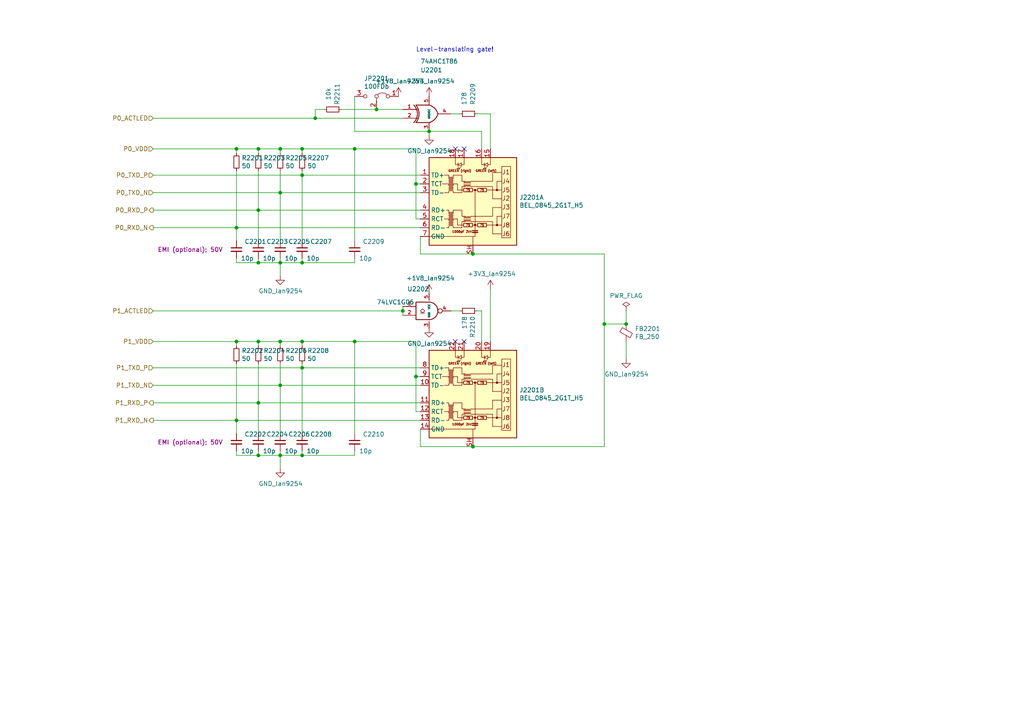
<source format=kicad_sch>
(kicad_sch (version 20230121) (generator eeschema)
  (paper "A4")
  (lib_symbols
    (symbol "Device:C_Small" (pin_numbers hide) (pin_names (offset 0.254) hide)
      (property "Reference" "C" (at 0.254 1.778 0))
      (property "Value" "C_Small" (at 0.254 -2.032 0))
      (symbol "C_Small_0_1"
        (polyline (pts (xy -1.524 -0.508) (xy 1.524 -0.508)) (stroke (width 0.3302)))
        (polyline (pts (xy -1.524 0.508) (xy 1.524 0.508)) (stroke (width 0.3048)))
      )
      (symbol "C_Small_1_1"
        (pin passive line (at 0 2.54 270) (length 2.032) (name "~") (number "1"))
        (pin passive line (at 0 -2.54 90) (length 2.032) (name "~") (number "2"))
      )
    )
    (symbol "Device:Ferrite_Bead_Small" (pin_numbers hide) (pin_names (offset 0))
      (property "Reference" "FB" (at 1.905 1.27 0))
      (property "Value" "Device_Ferrite_Bead_Small" (at 1.905 -1.27 0))
      (symbol "Ferrite_Bead_Small_0_1"
        (polyline (pts (xy 0 -1.27) (xy 0 -0.7874)))
        (polyline (pts (xy 0 0.889) (xy 0 1.2954)))
        (polyline (pts (xy -1.8288 0.2794) (xy -1.1176 1.4986) (xy 1.8288 -0.2032) (xy 1.1176 -1.4224) (xy -1.8288 0.2794)))
      )
      (symbol "Ferrite_Bead_Small_1_1"
        (pin passive line (at 0 2.54 270) (length 1.27) (name "~") (number "1"))
        (pin passive line (at 0 -2.54 90) (length 1.27) (name "~") (number "2"))
      )
    )
    (symbol "Device:R_Small" (pin_numbers hide) (pin_names (offset 0.254) hide)
      (property "Reference" "R" (at 0.762 0.508 0))
      (property "Value" "R_Small" (at 0.762 -1.016 0))
      (symbol "R_Small_0_1"
        (rectangle (start -0.762 1.778) (end 0.762 -1.778) (stroke (width 0.2032)))
      )
      (symbol "R_Small_1_1"
        (pin passive line (at 0 2.54 270) (length 0.762) (name "~") (number "1"))
        (pin passive line (at 0 -2.54 90) (length 0.762) (name "~") (number "2"))
      )
    )
    (symbol "Jumper:Jumper_3_Bridged12" (pin_names (offset 0) hide)
      (property "Reference" "JP" (at -2.54 -2.54 0))
      (property "Value" "Jumper_3_Bridged12" (at 0 2.794 0))
      (symbol "Jumper_3_Bridged12_0_0"
        (circle (center -3.302 0) (radius 0.508))
        (circle (center 0 0) (radius 0.508))
        (circle (center 3.302 0) (radius 0.508))
      )
      (symbol "Jumper_3_Bridged12_0_1"
        (arc (start -0.254 0.508) (mid -1.651 0.9912) (end -3.048 0.508))
        (polyline (pts (xy 0 -1.27) (xy 0 -0.508)))
      )
      (symbol "Jumper_3_Bridged12_1_1"
        (pin passive line (at -6.35 0 0) (length 2.54) (name "A") (number "1"))
        (pin passive line (at 0 -3.81 90) (length 2.54) (name "C") (number "2"))
        (pin passive line (at 6.35 0 180) (length 2.54) (name "B") (number "3"))
      )
    )
    (symbol "fmc:74AHC1G86" (pin_names (offset 1.016))
      (property "Reference" "U" (at -2.54 3.81 0))
      (property "Value" "fmc_74AHC1G86" (at 0 -3.81 0))
      (symbol "74AHC1G86_0_1"
        (arc (start -4.445 -2.54) (mid -3.3929 0) (end -4.445 2.54) (stroke (width 0.254)))
        (arc (start -3.81 -2.54) (mid -2.919 0) (end -3.81 2.54) (stroke (width 0.254)))
        (arc (start 0 -2.54) (mid 1.601 -1.601) (end 2.54 0) (stroke (width 0.254)))
        (polyline (pts (xy -3.81 -1.27) (xy -3.175 -1.27)))
        (polyline (pts (xy -3.81 1.27) (xy -3.175 1.27)))
        (polyline (pts (xy 0 -2.54) (xy -3.81 -2.54)) (stroke (width 0.254)) (fill (type background)))
        (polyline (pts (xy 0 2.54) (xy -3.81 2.54)) (stroke (width 0.254)) (fill (type background)))
        (arc (start 2.54 0) (mid 1.6136 1.6136) (end 0 2.54) (stroke (width 0.254)))
      )
      (symbol "74AHC1G86_1_1"
        (pin input line (at -7.62 1.27 0) (length 3.81) (name "~") (number "1"))
        (pin input line (at -7.62 -1.27 0) (length 3.81) (name "~") (number "2"))
        (pin power_in line (at 0 -5.08 90) (length 2.54) (name "GND") (number "3"))
        (pin output line (at 6.35 0 180) (length 3.81) (name "~") (number "4"))
        (pin power_in line (at 0 5.08 270) (length 2.54) (name "VCC") (number "5"))
      )
    )
    (symbol "fmc:74LVC1G38" (pin_names (offset 1.016))
      (property "Reference" "U" (at -2.54 3.81 0))
      (property "Value" "fmc_74LVC1G38" (at 0 -3.81 0))
      (symbol "74LVC1G38_0_1"
        (arc (start 0 -2.54) (mid 2.529 0) (end 0 2.54) (stroke (width 0.254)))
        (polyline (pts (xy -2.54 -0.635) (xy -1.27 -0.635)))
        (polyline (pts (xy 0 -2.54) (xy -3.81 -2.54) (xy -3.81 2.54) (xy 0 2.54)) (stroke (width 0.254)))
        (polyline (pts (xy -1.905 0.635) (xy -2.54 0) (xy -1.905 -0.635) (xy -1.27 0) (xy -1.905 0.635)))
      )
      (symbol "74LVC1G38_1_1"
        (pin input line (at -7.62 1.27 0) (length 3.81) (name "~") (number "1"))
        (pin input line (at -7.62 -1.27 0) (length 3.81) (name "~") (number "2"))
        (pin power_in line (at 0 -5.08 90) (length 2.032) (name "GND") (number "3"))
        (pin open_collector inverted (at 6.35 0 180) (length 3.81) (name "~") (number "4"))
        (pin power_in line (at 0 5.08 270) (length 2.032) (name "VCC") (number "5"))
      )
    )
    (symbol "fmc:BEL_0845_2G1T_H5"
      (property "Reference" "J" (at 12.7 13.97 0))
      (property "Value" "fmc_BEL_0845_2G1T_H5" (at 0 -16.51 0))
      (symbol "BEL_0845_2G1T_H5_0_0"
        (rectangle (start -12.7 12.7) (end 12.7 -12.7) (stroke (width 0.254)) (fill (type background)))
        (polyline (pts (xy -3.937 -6.858) (xy -8.255 -6.858)))
        (polyline (pts (xy -3.937 3.302) (xy -8.255 3.302)))
        (polyline (pts (xy -0.635 -10.16) (xy 12.7 -10.16)))
        (polyline (pts (xy 8.255 -5.08) (xy 6.985 -5.08)))
        (polyline (pts (xy 8.89 5.08) (xy 6.985 5.08)))
        (polyline (pts (xy 0.635 -4.318) (xy -5.715 -4.318) (xy -5.715 -1.778) (xy -8.255 -1.778)))
        (polyline (pts (xy 0.635 5.842) (xy -5.715 5.842) (xy -5.715 8.382) (xy -8.255 8.382)))
        (polyline (pts (xy 2.667 -6.858) (xy 4.445 -6.858) (xy 4.445 -5.08) (xy 5.715 -5.08)))
        (polyline (pts (xy 2.667 3.302) (xy 4.445 3.302) (xy 4.445 5.08) (xy 5.715 5.08)))
        (text "1000pF 2kV" (at 3.175 -8.763 0) (effects (font (size 0.635 0.635))))
        (text "75" (at -2.667 -6.858 0) (effects (font (size 0.635 0.635))))
        (text "75" (at -2.667 3.302 0) (effects (font (size 0.635 0.635))))
        (text "75" (at 1.397 -6.858 0) (effects (font (size 0.635 0.635))))
        (text "75" (at 1.397 3.302 0) (effects (font (size 0.635 0.635))))
        (text "GREEN (left)" (at -3.81 8.89 0) (effects (font (size 0.635 0.635))))
        (text "GREEN (right)" (at 3.81 8.89 0) (effects (font (size 0.635 0.635))))
        (text "J1" (at -10.795 8.509 0) (effects (font (size 1.27 1.27)) (justify left)))
        (text "J2" (at -10.795 0.889 0) (effects (font (size 1.27 1.27)) (justify left)))
        (text "J3" (at -10.795 -1.651 0) (effects (font (size 1.27 1.27)) (justify left)))
        (text "J4" (at -10.795 5.842 0) (effects (font (size 1.27 1.27)) (justify left)))
        (text "J5" (at -10.795 3.302 0) (effects (font (size 1.27 1.27)) (justify left)))
        (text "J6" (at -10.795 -9.398 0) (effects (font (size 1.27 1.27)) (justify left)))
        (text "J7" (at -10.795 -4.318 0) (effects (font (size 1.27 1.27)) (justify left)))
        (text "J8" (at -10.795 -6.858 0) (effects (font (size 1.27 1.27)) (justify left)))
      )
      (symbol "BEL_0845_2G1T_H5_0_1"
        (rectangle (start -8.382 -10.541) (end -10.922 10.16))
        (circle (center -6.985 -6.858) (radius 0.254) (fill (type outline)))
        (circle (center -6.985 3.302) (radius 0.254) (fill (type outline)))
        (rectangle (start -3.937 -7.366) (end -1.397 -6.35) (stroke (width 0.2032)))
        (rectangle (start -3.937 2.794) (end -1.397 3.81) (stroke (width 0.2032)))
        (circle (center -0.635 -6.858) (radius 0.254) (fill (type outline)))
        (circle (center -0.635 3.302) (radius 0.254) (fill (type outline)))
        (polyline (pts (xy -5.715 -9.398) (xy -8.255 -9.398)))
        (polyline (pts (xy -5.715 0.762) (xy -8.255 0.762)))
        (polyline (pts (xy -3.556 9.398) (xy -4.064 9.906)))
        (polyline (pts (xy -3.302 11.176) (xy -3.302 10.16)))
        (polyline (pts (xy -3.048 9.398) (xy -3.556 9.906)))
        (polyline (pts (xy -1.397 -9.017) (xy 0.127 -9.017)) (stroke (width 0.3302)))
        (polyline (pts (xy -1.397 -8.509) (xy 0.127 -8.509)) (stroke (width 0.3048)))
        (polyline (pts (xy -0.635 3.302) (xy -1.397 3.302)))
        (polyline (pts (xy 0 -10.16) (xy 0 -12.7)))
        (polyline (pts (xy 0.127 -6.858) (xy -1.397 -6.858)))
        (polyline (pts (xy 0.635 -5.334) (xy 2.667 -5.334)))
        (polyline (pts (xy 0.635 4.826) (xy 2.667 4.826)))
        (polyline (pts (xy 2.667 -4.826) (xy 0.635 -4.826)))
        (polyline (pts (xy 2.667 5.334) (xy 0.635 5.334)))
        (polyline (pts (xy 4.064 9.398) (xy 3.556 9.906)))
        (polyline (pts (xy 4.318 11.176) (xy 4.318 10.16)))
        (polyline (pts (xy 4.572 9.398) (xy 4.064 9.906)))
        (polyline (pts (xy 6.223 -3.048) (xy 6.223 -7.112)))
        (polyline (pts (xy 6.223 7.112) (xy 6.223 3.048)))
        (polyline (pts (xy 6.477 -7.112) (xy 6.477 -3.048)))
        (polyline (pts (xy 6.477 3.048) (xy 6.477 7.112)))
        (polyline (pts (xy -6.985 -6.858) (xy -6.985 -4.318) (xy -8.255 -4.318)))
        (polyline (pts (xy -6.985 3.302) (xy -6.985 5.842) (xy -8.255 5.842)))
        (polyline (pts (xy -5.08 12.7) (xy -5.08 10.668) (xy -4.318 10.668)))
        (polyline (pts (xy -3.556 9.652) (xy -3.556 9.398) (xy -3.81 9.398)))
        (polyline (pts (xy -3.048 9.652) (xy -3.048 9.398) (xy -3.302 9.398)))
        (polyline (pts (xy -2.54 12.7) (xy -2.54 10.668) (xy -3.302 10.668)))
        (polyline (pts (xy -0.635 -10.16) (xy -0.635 3.302) (xy 0 3.302)))
        (polyline (pts (xy 0.635 -5.842) (xy -5.715 -5.842) (xy -5.715 -9.398)))
        (polyline (pts (xy 0.635 4.318) (xy -5.715 4.318) (xy -5.715 0.762)))
        (polyline (pts (xy 2.54 12.7) (xy 2.54 10.668) (xy 3.302 10.668)))
        (polyline (pts (xy 4.064 9.652) (xy 4.064 9.398) (xy 3.81 9.398)))
        (polyline (pts (xy 4.572 9.652) (xy 4.572 9.398) (xy 4.318 9.398)))
        (polyline (pts (xy 5.08 12.7) (xy 5.08 10.668) (xy 4.318 10.668)))
        (polyline (pts (xy 6.985 -7.112) (xy 6.985 -7.62) (xy 7.62 -7.62)))
        (polyline (pts (xy 6.985 -3.048) (xy 6.985 -2.54) (xy 7.62 -2.54)))
        (polyline (pts (xy 6.985 3.048) (xy 6.985 2.54) (xy 8.255 2.54)))
        (polyline (pts (xy 6.985 7.112) (xy 6.985 7.62) (xy 8.255 7.62)))
        (polyline (pts (xy -3.302 10.668) (xy -4.318 11.176) (xy -4.318 10.16) (xy -3.302 10.668)))
        (polyline (pts (xy 4.318 10.668) (xy 3.302 11.176) (xy 3.302 10.16) (xy 4.318 10.668)))
        (polyline (pts (xy 2.667 -4.318) (xy 3.175 -4.318) (xy 3.175 -2.54) (xy 5.715 -2.54) (xy 5.715 -3.048)))
        (polyline (pts (xy 2.667 5.842) (xy 3.175 5.842) (xy 3.175 7.62) (xy 5.715 7.62) (xy 5.715 7.112)))
        (polyline (pts (xy 5.715 -7.112) (xy 5.715 -7.62) (xy 3.175 -7.62) (xy 3.175 -5.842) (xy 2.667 -5.842)))
        (polyline (pts (xy 5.715 3.048) (xy 5.715 2.54) (xy 3.175 2.54) (xy 3.175 4.318) (xy 2.667 4.318)))
        (rectangle (start 0.127 -7.366) (end 2.667 -6.35) (stroke (width 0.2032)))
        (rectangle (start 0.127 2.794) (end 2.667 3.81) (stroke (width 0.2032)))
        (arc (start 0.635 -4.318) (mid 0.889 -4.5709) (end 1.143 -4.318))
        (arc (start 0.635 5.842) (mid 0.889 5.5891) (end 1.143 5.842))
        (arc (start 1.143 -5.842) (mid 0.889 -5.5891) (end 0.635 -5.842))
        (arc (start 1.143 -4.318) (mid 1.397 -4.5709) (end 1.651 -4.318))
        (arc (start 1.143 4.318) (mid 0.889 4.5709) (end 0.635 4.318))
        (arc (start 1.143 5.842) (mid 1.397 5.5891) (end 1.651 5.842))
        (arc (start 1.651 -5.842) (mid 1.397 -5.5891) (end 1.143 -5.842))
        (arc (start 1.651 -4.318) (mid 1.905 -4.5709) (end 2.159 -4.318))
        (arc (start 1.651 4.318) (mid 1.397 4.5709) (end 1.143 4.318))
        (arc (start 1.651 5.842) (mid 1.905 5.5891) (end 2.159 5.842))
        (arc (start 2.159 -5.842) (mid 1.905 -5.5891) (end 1.651 -5.842))
        (arc (start 2.159 -4.318) (mid 2.413 -4.5709) (end 2.667 -4.318))
        (arc (start 2.159 4.318) (mid 1.905 4.5709) (end 1.651 4.318))
        (arc (start 2.159 5.842) (mid 2.413 5.5891) (end 2.667 5.842))
        (circle (center 2.413 -5.8674) (radius 0.0762) (stroke (width 0.0254)) (fill (type outline)))
        (circle (center 2.413 -4.2926) (radius 0.0762) (stroke (width 0.0254)) (fill (type outline)))
        (circle (center 2.413 4.2926) (radius 0.0762) (stroke (width 0.0254)) (fill (type outline)))
        (circle (center 2.413 5.8674) (radius 0.0762) (stroke (width 0.0254)) (fill (type outline)))
        (arc (start 2.667 -5.842) (mid 2.413 -5.5891) (end 2.159 -5.842))
        (arc (start 2.667 4.318) (mid 2.413 4.5709) (end 2.159 4.318))
        (circle (center 5.6896 -5.334) (radius 0.0762) (stroke (width 0.0254)) (fill (type outline)))
        (circle (center 5.6896 -3.302) (radius 0.0762) (stroke (width 0.0254)) (fill (type outline)))
        (circle (center 5.6896 4.826) (radius 0.0762) (stroke (width 0.0254)) (fill (type outline)))
        (circle (center 5.6896 6.858) (radius 0.0762) (stroke (width 0.0254)) (fill (type outline)))
        (arc (start 5.715 -7.112) (mid 5.9679 -6.858) (end 5.715 -6.604))
        (arc (start 5.715 -6.604) (mid 5.9679 -6.35) (end 5.715 -6.096))
        (arc (start 5.715 -6.096) (mid 5.9679 -5.842) (end 5.715 -5.588))
        (arc (start 5.715 -5.588) (mid 5.9679 -5.334) (end 5.715 -5.08))
        (arc (start 5.715 -5.08) (mid 5.9679 -4.826) (end 5.715 -4.572))
        (arc (start 5.715 -4.572) (mid 5.9679 -4.318) (end 5.715 -4.064))
        (arc (start 5.715 -4.064) (mid 5.9679 -3.81) (end 5.715 -3.556))
        (arc (start 5.715 -3.556) (mid 5.9679 -3.302) (end 5.715 -3.048))
        (arc (start 5.715 3.048) (mid 5.9679 3.302) (end 5.715 3.556))
        (arc (start 5.715 3.556) (mid 5.9679 3.81) (end 5.715 4.064))
        (arc (start 5.715 4.064) (mid 5.9679 4.318) (end 5.715 4.572))
        (arc (start 5.715 4.572) (mid 5.9679 4.826) (end 5.715 5.08))
        (arc (start 5.715 5.08) (mid 5.9679 5.334) (end 5.715 5.588))
        (arc (start 5.715 5.588) (mid 5.9679 5.842) (end 5.715 6.096))
        (arc (start 5.715 6.096) (mid 5.9679 6.35) (end 5.715 6.604))
        (arc (start 5.715 6.604) (mid 5.9679 6.858) (end 5.715 7.112))
        (arc (start 6.985 -6.604) (mid 6.7321 -6.858) (end 6.985 -7.112))
        (arc (start 6.985 -6.096) (mid 6.7321 -6.35) (end 6.985 -6.604))
        (arc (start 6.985 -5.588) (mid 6.7321 -5.842) (end 6.985 -6.096))
        (arc (start 6.985 -5.08) (mid 6.7321 -5.334) (end 6.985 -5.588))
        (arc (start 6.985 -4.572) (mid 6.7321 -4.826) (end 6.985 -5.08))
        (arc (start 6.985 -4.064) (mid 6.7321 -4.318) (end 6.985 -4.572))
        (arc (start 6.985 -3.556) (mid 6.7321 -3.81) (end 6.985 -4.064))
        (arc (start 6.985 -3.048) (mid 6.7321 -3.302) (end 6.985 -3.556))
        (arc (start 6.985 3.556) (mid 6.7321 3.302) (end 6.985 3.048))
        (arc (start 6.985 4.064) (mid 6.7321 3.81) (end 6.985 3.556))
        (arc (start 6.985 4.572) (mid 6.7321 4.318) (end 6.985 4.064))
        (arc (start 6.985 5.08) (mid 6.7321 4.826) (end 6.985 4.572))
        (arc (start 6.985 5.588) (mid 6.7321 5.334) (end 6.985 5.08))
        (arc (start 6.985 6.096) (mid 6.7321 5.842) (end 6.985 5.588))
        (arc (start 6.985 6.604) (mid 6.7321 6.35) (end 6.985 6.096))
        (arc (start 6.985 7.112) (mid 6.7321 6.858) (end 6.985 6.604))
        (circle (center 7.0104 -5.334) (radius 0.0762) (stroke (width 0.0254)) (fill (type outline)))
        (circle (center 7.0104 -3.302) (radius 0.0762) (stroke (width 0.0254)) (fill (type outline)))
        (circle (center 7.0104 4.826) (radius 0.0762) (stroke (width 0.0254)) (fill (type outline)))
        (circle (center 7.0104 6.858) (radius 0.0762) (stroke (width 0.0254)) (fill (type outline)))
      )
      (symbol "BEL_0845_2G1T_H5_1_1"
        (pin passive line (at 15.24 7.62 180) (length 2.54) (name "TD+") (number "1"))
        (pin passive line (at -5.08 15.24 270) (length 2.54) (name "~") (number "15"))
        (pin passive line (at -2.54 15.24 270) (length 2.54) (name "~") (number "16"))
        (pin passive line (at 2.54 15.24 270) (length 2.54) (name "~") (number "17"))
        (pin passive line (at 5.08 15.24 270) (length 2.54) (name "~") (number "18"))
        (pin passive line (at 15.24 5.08 180) (length 2.54) (name "TCT") (number "2"))
        (pin passive line (at 15.24 2.54 180) (length 2.54) (name "TD-") (number "3"))
        (pin passive line (at 15.24 -2.54 180) (length 2.54) (name "RD+") (number "4"))
        (pin passive line (at 15.24 -5.08 180) (length 2.54) (name "RCT") (number "5"))
        (pin passive line (at 15.24 -7.62 180) (length 2.54) (name "RD-") (number "6"))
        (pin power_in line (at 15.24 -10.16 180) (length 2.54) (name "GND") (number "7"))
        (pin passive line (at 0 -15.24 90) (length 2.54) (name "~") (number "SH"))
      )
      (symbol "BEL_0845_2G1T_H5_2_1"
        (pin passive line (at 15.24 2.54 180) (length 2.54) (name "TD-") (number "10"))
        (pin passive line (at 15.24 -2.54 180) (length 2.54) (name "RD+") (number "11"))
        (pin passive line (at 15.24 -5.08 180) (length 2.54) (name "RCT") (number "12"))
        (pin passive line (at 15.24 -7.62 180) (length 2.54) (name "RD-") (number "13"))
        (pin power_in line (at 15.24 -10.16 180) (length 2.54) (name "GND") (number "14"))
        (pin passive line (at -5.08 15.24 270) (length 2.54) (name "~") (number "19"))
        (pin passive line (at -2.54 15.24 270) (length 2.54) (name "~") (number "20"))
        (pin passive line (at 2.54 15.24 270) (length 2.54) (name "~") (number "21"))
        (pin passive line (at 5.08 15.24 270) (length 2.54) (name "~") (number "22"))
        (pin passive line (at 15.24 7.62 180) (length 2.54) (name "TD+") (number "8"))
        (pin passive line (at 15.24 5.08 180) (length 2.54) (name "TCT") (number "9"))
        (pin passive line (at 0 -15.24 90) (length 2.54) (name "~") (number "SH"))
      )
    )
    (symbol "lan9254_project:+1V8" (power) (pin_names (offset 0))
      (property "Value" "+1V8" (at 0 3.556 0))
      (symbol "+1V8_0_1"
        (polyline (pts (xy -0.762 1.27) (xy 0 2.54)))
        (polyline (pts (xy 0 0) (xy 0 2.54)))
        (polyline (pts (xy 0 2.54) (xy 0.762 1.27)))
      )
      (symbol "+1V8_1_1"
        (pin power_in line (at 0 0 90) (length 0) hide (name "+1V8_lan9254") (number "1"))
      )
    )
    (symbol "lan9254_project:+3V3" (power) (pin_names (offset 0))
      (property "Value" "+3V3" (at 0 3.556 0))
      (symbol "+3V3_0_1"
        (polyline (pts (xy -0.762 1.27) (xy 0 2.54)))
        (polyline (pts (xy 0 0) (xy 0 2.54)))
        (polyline (pts (xy 0 2.54) (xy 0.762 1.27)))
      )
      (symbol "+3V3_1_1"
        (pin power_in line (at 0 0 90) (length 0) hide (name "+3V3_lan9254") (number "1"))
      )
    )
    (symbol "lan9254_project:GND" (power) (pin_names (offset 0))
      (property "Value" "GND" (at 0 -3.81 0))
      (symbol "GND_0_1"
        (polyline (pts (xy 0 0) (xy 0 -1.27) (xy 1.27 -1.27) (xy 0 -2.54) (xy -1.27 -1.27) (xy 0 -1.27)))
      )
      (symbol "GND_1_1"
        (pin power_in line (at 0 0 270) (length 0) hide (name "GND_lan9254") (number "1"))
      )
    )
    (symbol "power:PWR_FLAG" (power) (pin_numbers hide) (pin_names (offset 0) hide)
      (property "Value" "PWR_FLAG" (at 0 3.81 0))
      (symbol "PWR_FLAG_0_0"
        (pin power_out line (at 0 0 90) (length 0) (name "pwr") (number "1"))
      )
      (symbol "PWR_FLAG_0_1"
        (polyline (pts (xy 0 0) (xy 0 1.27) (xy -1.016 1.905) (xy 0 2.54) (xy 1.016 1.905) (xy 0 1.27)))
      )
    )
  )
  (junction (at 120.65 109.22))
  (junction (at 102.87 99.06))
  (junction (at 102.87 43.18))
  (junction (at 120.65 53.34))
  (junction (at 87.63 43.18))
  (junction (at 87.63 106.68))
  (junction (at 68.58 99.06))
  (junction (at 81.28 76.2))
  (junction (at 81.28 99.06))
  (junction (at 81.28 55.88))
  (junction (at 74.93 116.84))
  (junction (at 81.28 111.76))
  (junction (at 87.63 76.2))
  (junction (at 68.58 66.04))
  (junction (at 81.28 43.18))
  (junction (at 137.16 129.54))
  (junction (at 91.44 34.29))
  (junction (at 175.26 93.98))
  (junction (at 74.93 60.96))
  (junction (at 124.46 38.1))
  (junction (at 68.58 121.92))
  (junction (at 87.63 50.8))
  (junction (at 74.93 43.18))
  (junction (at 87.63 99.06))
  (junction (at 81.28 132.08))
  (junction (at 109.22 31.75))
  (junction (at 74.93 132.08))
  (junction (at 116.84 90.17))
  (junction (at 87.63 132.08))
  (junction (at 181.61 93.98))
  (junction (at 137.16 73.66))
  (junction (at 68.58 43.18))
  (junction (at 74.93 99.06))
  (junction (at 74.93 76.2))
  (no_connect (at 132.08 43.18))
  (no_connect (at 134.62 43.18))
  (no_connect (at 132.08 99.06))
  (no_connect (at 134.62 99.06))
  (wire (pts (xy 44.45 55.88) (xy 81.28 55.88)))
  (wire (pts (xy 142.24 33.02) (xy 142.24 43.18)))
  (wire (pts (xy 81.28 43.18) (xy 87.63 43.18)))
  (wire (pts (xy 74.93 60.96) (xy 121.92 60.96)))
  (wire (pts (xy 102.87 27.94) (xy 102.87 38.1)))
  (wire (pts (xy 74.93 69.85) (xy 74.93 60.96)))
  (wire (pts (xy 120.65 99.06) (xy 120.65 109.22)))
  (wire (pts (xy 87.63 43.18) (xy 102.87 43.18)))
  (wire (pts (xy 68.58 44.45) (xy 68.58 43.18)))
  (wire (pts (xy 68.58 132.08) (xy 74.93 132.08)))
  (wire (pts (xy 142.24 83.82) (xy 142.24 99.06)))
  (wire (pts (xy 68.58 125.73) (xy 68.58 121.92)))
  (wire (pts (xy 102.87 43.18) (xy 120.65 43.18)))
  (wire (pts (xy 124.46 38.1) (xy 124.46 39.37)))
  (wire (pts (xy 87.63 49.53) (xy 87.63 50.8)))
  (wire (pts (xy 44.45 50.8) (xy 87.63 50.8)))
  (wire (pts (xy 87.63 130.81) (xy 87.63 132.08)))
  (wire (pts (xy 44.45 90.17) (xy 116.84 90.17)))
  (wire (pts (xy 68.58 100.33) (xy 68.58 99.06)))
  (wire (pts (xy 68.58 74.93) (xy 68.58 76.2)))
  (wire (pts (xy 74.93 43.18) (xy 81.28 43.18)))
  (wire (pts (xy 175.26 129.54) (xy 137.16 129.54)))
  (wire (pts (xy 68.58 69.85) (xy 68.58 66.04)))
  (wire (pts (xy 87.63 99.06) (xy 102.87 99.06)))
  (wire (pts (xy 87.63 100.33) (xy 87.63 99.06)))
  (wire (pts (xy 81.28 130.81) (xy 81.28 132.08)))
  (wire (pts (xy 68.58 130.81) (xy 68.58 132.08)))
  (wire (pts (xy 81.28 76.2) (xy 81.28 80.01)))
  (wire (pts (xy 87.63 69.85) (xy 87.63 50.8)))
  (wire (pts (xy 87.63 50.8) (xy 121.92 50.8)))
  (wire (pts (xy 120.65 43.18) (xy 120.65 53.34)))
  (wire (pts (xy 139.7 38.1) (xy 124.46 38.1)))
  (wire (pts (xy 81.28 100.33) (xy 81.28 99.06)))
  (wire (pts (xy 74.93 105.41) (xy 74.93 116.84)))
  (wire (pts (xy 102.87 99.06) (xy 120.65 99.06)))
  (wire (pts (xy 74.93 74.93) (xy 74.93 76.2)))
  (wire (pts (xy 74.93 76.2) (xy 81.28 76.2)))
  (wire (pts (xy 81.28 99.06) (xy 87.63 99.06)))
  (wire (pts (xy 91.44 31.75) (xy 91.44 34.29)))
  (wire (pts (xy 74.93 100.33) (xy 74.93 99.06)))
  (wire (pts (xy 44.45 106.68) (xy 87.63 106.68)))
  (wire (pts (xy 68.58 105.41) (xy 68.58 121.92)))
  (wire (pts (xy 81.28 111.76) (xy 121.92 111.76)))
  (wire (pts (xy 44.45 43.18) (xy 68.58 43.18)))
  (wire (pts (xy 121.92 68.58) (xy 121.92 73.66)))
  (wire (pts (xy 175.26 93.98) (xy 175.26 73.66)))
  (wire (pts (xy 116.84 88.9) (xy 116.84 90.17)))
  (wire (pts (xy 120.65 53.34) (xy 120.65 63.5)))
  (wire (pts (xy 120.65 109.22) (xy 120.65 119.38)))
  (wire (pts (xy 91.44 34.29) (xy 116.84 34.29)))
  (wire (pts (xy 68.58 121.92) (xy 121.92 121.92)))
  (wire (pts (xy 116.84 90.17) (xy 116.84 91.44)))
  (wire (pts (xy 74.93 49.53) (xy 74.93 60.96)))
  (wire (pts (xy 81.28 74.93) (xy 81.28 76.2)))
  (wire (pts (xy 102.87 99.06) (xy 102.87 125.73)))
  (wire (pts (xy 81.28 44.45) (xy 81.28 43.18)))
  (wire (pts (xy 99.06 31.75) (xy 109.22 31.75)))
  (wire (pts (xy 74.93 132.08) (xy 81.28 132.08)))
  (wire (pts (xy 102.87 43.18) (xy 102.87 69.85)))
  (wire (pts (xy 87.63 132.08) (xy 102.87 132.08)))
  (wire (pts (xy 138.43 90.17) (xy 139.7 90.17)))
  (wire (pts (xy 68.58 49.53) (xy 68.58 66.04)))
  (wire (pts (xy 120.65 109.22) (xy 121.92 109.22)))
  (wire (pts (xy 44.45 60.96) (xy 74.93 60.96)))
  (wire (pts (xy 121.92 129.54) (xy 137.16 129.54)))
  (wire (pts (xy 74.93 130.81) (xy 74.93 132.08)))
  (wire (pts (xy 87.63 44.45) (xy 87.63 43.18)))
  (wire (pts (xy 81.28 132.08) (xy 87.63 132.08)))
  (wire (pts (xy 74.93 44.45) (xy 74.93 43.18)))
  (wire (pts (xy 175.26 93.98) (xy 181.61 93.98)))
  (wire (pts (xy 68.58 99.06) (xy 74.93 99.06)))
  (wire (pts (xy 87.63 125.73) (xy 87.63 106.68)))
  (wire (pts (xy 87.63 106.68) (xy 121.92 106.68)))
  (wire (pts (xy 74.93 116.84) (xy 121.92 116.84)))
  (wire (pts (xy 175.26 73.66) (xy 137.16 73.66)))
  (wire (pts (xy 81.28 55.88) (xy 121.92 55.88)))
  (wire (pts (xy 74.93 99.06) (xy 81.28 99.06)))
  (wire (pts (xy 87.63 105.41) (xy 87.63 106.68)))
  (wire (pts (xy 68.58 76.2) (xy 74.93 76.2)))
  (wire (pts (xy 175.26 129.54) (xy 175.26 93.98)))
  (wire (pts (xy 81.28 105.41) (xy 81.28 111.76)))
  (wire (pts (xy 139.7 99.06) (xy 139.7 90.17)))
  (wire (pts (xy 120.65 119.38) (xy 121.92 119.38)))
  (wire (pts (xy 130.81 33.02) (xy 133.35 33.02)))
  (wire (pts (xy 81.28 49.53) (xy 81.28 55.88)))
  (wire (pts (xy 74.93 125.73) (xy 74.93 116.84)))
  (wire (pts (xy 68.58 43.18) (xy 74.93 43.18)))
  (wire (pts (xy 138.43 33.02) (xy 142.24 33.02)))
  (wire (pts (xy 121.92 73.66) (xy 137.16 73.66)))
  (wire (pts (xy 87.63 74.93) (xy 87.63 76.2)))
  (wire (pts (xy 121.92 124.46) (xy 121.92 129.54)))
  (wire (pts (xy 44.45 121.92) (xy 68.58 121.92)))
  (wire (pts (xy 133.35 90.17) (xy 130.81 90.17)))
  (wire (pts (xy 81.28 76.2) (xy 87.63 76.2)))
  (wire (pts (xy 109.22 31.75) (xy 116.84 31.75)))
  (wire (pts (xy 87.63 76.2) (xy 102.87 76.2)))
  (wire (pts (xy 102.87 38.1) (xy 124.46 38.1)))
  (wire (pts (xy 44.45 34.29) (xy 91.44 34.29)))
  (wire (pts (xy 120.65 53.34) (xy 121.92 53.34)))
  (wire (pts (xy 102.87 76.2) (xy 102.87 74.93)))
  (wire (pts (xy 44.45 66.04) (xy 68.58 66.04)))
  (wire (pts (xy 120.65 63.5) (xy 121.92 63.5)))
  (wire (pts (xy 68.58 66.04) (xy 121.92 66.04)))
  (wire (pts (xy 93.98 31.75) (xy 91.44 31.75)))
  (wire (pts (xy 139.7 43.18) (xy 139.7 38.1)))
  (wire (pts (xy 81.28 69.85) (xy 81.28 55.88)))
  (wire (pts (xy 102.87 132.08) (xy 102.87 130.81)))
  (wire (pts (xy 181.61 90.17) (xy 181.61 93.98)))
  (wire (pts (xy 44.45 111.76) (xy 81.28 111.76)))
  (wire (pts (xy 181.61 99.06) (xy 181.61 104.14)))
  (wire (pts (xy 81.28 132.08) (xy 81.28 135.89)))
  (wire (pts (xy 44.45 116.84) (xy 74.93 116.84)))
  (wire (pts (xy 44.45 99.06) (xy 68.58 99.06)))
  (wire (pts (xy 81.28 125.73) (xy 81.28 111.76)))
  (text "Level-translating gate!" (at 120.65 15.24 0) (effects (font (size 1.27 1.27)) (justify left bottom)))
  (hierarchical_label "P1_TXD_N" (shape input) (at 44.45 111.76 180))
  (hierarchical_label "P1_RXD_N" (shape output) (at 44.45 121.92 180))
  (hierarchical_label "P0_RXD_P" (shape output) (at 44.45 60.96 180))
  (hierarchical_label "P1_ACTLED" (shape input) (at 44.45 90.17 180))
  (hierarchical_label "P0_TXD_N" (shape input) (at 44.45 55.88 180))
  (hierarchical_label "P0_ACTLED" (shape input) (at 44.45 34.29 180))
  (hierarchical_label "P0_VDD" (shape input) (at 44.45 43.18 180))
  (hierarchical_label "P0_TXD_P" (shape input) (at 44.45 50.8 180))
  (hierarchical_label "P1_VDD" (shape input) (at 44.45 99.06 180))
  (hierarchical_label "P1_TXD_P" (shape input) (at 44.45 106.68 180))
  (hierarchical_label "P1_RXD_P" (shape output) (at 44.45 116.84 180))
  (hierarchical_label "P0_RXD_N" (shape output) (at 44.45 66.04 180))
  (symbol (lib_id "fmc:BEL_0845_2G1T_H5") (at 137.16 58.42 0) (mirror y) (unit 1)
    (property "Reference" "J2201" (at 150.622 57.2516 0) (effects (justify right)))
    (property "Value" "BEL_0845_2G1T_H5" (at 150.622 59.563 0) (effects (justify right)))
    (property "Footprint" "proj_footprints:BEL_0845-2G1T-H5" (effects hide))
    (property "Datasheet" "https://www.mouser.ch/datasheet/2/643/dr-MAG-0845-2G1T-H5-1309698.pdf" (effects hide))
    (property "Part" "0845-2G1T-H5" (effects hide))
    (property "Manufacturer" "BEL" (effects hide))
  )
  (symbol (lib_id "Device:Ferrite_Bead_Small") (at 181.61 96.52 0) (unit 1)
    (property "Reference" "FB2201" (at 184.15 95.3516 0) (effects (justify left)))
    (property "Value" "FB_250" (at 184.15 97.663 0) (effects (justify left)))
    (property "Footprint" "Inductor_SMD:L_0603_1608Metric" (effects hide))
    (property "Part" "MPZ1608S221ATA00" (effects hide))
    (property "Manufacturer" "TDK" (effects hide))
  )
  (symbol (lib_id "Device:R_Small") (at 81.28 46.99 0) (unit 1)
    (property "Reference" "R2205" (at 82.7786 45.8216 0) (effects (justify left)))
    (property "Value" "50" (at 82.7786 48.133 0) (effects (justify left)))
    (property "Footprint" "Resistor_SMD:R_0402_1005Metric" (effects hide))
  )
  (symbol (lib_id "Device:R_Small") (at 87.63 46.99 0) (unit 1)
    (property "Reference" "R2207" (at 89.1286 45.8216 0) (effects (justify left)))
    (property "Value" "50" (at 89.1286 48.133 0) (effects (justify left)))
    (property "Footprint" "Resistor_SMD:R_0402_1005Metric" (effects hide))
  )
  (symbol (lib_id "Device:R_Small") (at 74.93 46.99 0) (unit 1)
    (property "Reference" "R2203" (at 76.4286 45.8216 0) (effects (justify left)))
    (property "Value" "50" (at 76.4286 48.133 0) (effects (justify left)))
    (property "Footprint" "Resistor_SMD:R_0402_1005Metric" (effects hide))
  )
  (symbol (lib_id "Device:R_Small") (at 68.58 46.99 0) (unit 1)
    (property "Reference" "R2201" (at 70.0786 45.8216 0) (effects (justify left)))
    (property "Value" "50" (at 70.0786 48.133 0) (effects (justify left)))
    (property "Footprint" "Resistor_SMD:R_0402_1005Metric" (effects hide))
  )
  (symbol (lib_id "Device:C_Small") (at 68.58 72.39 0) (unit 1)
    (property "Reference" "C2201" (at 70.9168 70.0786 0) (effects (justify left)))
    (property "Value" "10p" (at 69.85 74.93 0) (effects (justify left)))
    (property "Footprint" "Capacitor_SMD:C_0402_1005Metric" (effects hide))
    (property "Comment" "EMI (optional); 50V" (at 45.72 72.39 0) (effects (justify left)))
  )
  (symbol (lib_id "Device:C_Small") (at 74.93 72.39 0) (unit 1)
    (property "Reference" "C2203" (at 77.2668 70.0786 0) (effects (justify left)))
    (property "Value" "10p" (at 76.2 74.93 0) (effects (justify left)))
    (property "Footprint" "Capacitor_SMD:C_0402_1005Metric" (effects hide))
    (property "Comment" "EMI (optional); 50V" (effects hide))
  )
  (symbol (lib_id "Device:C_Small") (at 81.28 72.39 0) (unit 1)
    (property "Reference" "C2205" (at 83.6168 70.0786 0) (effects (justify left)))
    (property "Value" "10p" (at 82.55 74.93 0) (effects (justify left)))
    (property "Footprint" "Capacitor_SMD:C_0402_1005Metric" (effects hide))
    (property "Comment" "EMI (optional); 50V" (effects hide))
  )
  (symbol (lib_id "Device:C_Small") (at 87.63 72.39 0) (unit 1)
    (property "Reference" "C2207" (at 89.9668 70.0786 0) (effects (justify left)))
    (property "Value" "10p" (at 88.9 74.93 0) (effects (justify left)))
    (property "Footprint" "Capacitor_SMD:C_0402_1005Metric" (effects hide))
    (property "Comment" "EMI (optional); 50V" (effects hide))
  )
  (symbol (lib_id "Device:C_Small") (at 102.87 72.39 0) (unit 1)
    (property "Reference" "C2209" (at 105.2068 70.0786 0) (effects (justify left)))
    (property "Value" "10p" (at 104.14 74.93 0) (effects (justify left)))
    (property "Footprint" "Capacitor_SMD:C_0402_1005Metric" (effects hide))
    (property "Comment" "EMI (optional); 50V" (effects hide))
  )
  (symbol (lib_id "lan9254_project:GND") (at 181.61 104.14 0) (unit 1)
    (property "Reference" "#PWR0228" (effects hide))
    (property "Value" "GND" (at 181.737 108.5342 0))
  )
  (symbol (lib_id "lan9254_project:GND") (at 81.28 80.01 0) (unit 1)
    (property "Reference" "#PWR0227" (effects hide))
    (property "Value" "GND" (at 81.407 84.4042 0))
  )
  (symbol (lib_id "Device:R_Small") (at 135.89 33.02 270) (unit 1)
    (property "Reference" "R2209" (at 137.16 24.13 0) (effects (justify left)))
    (property "Value" "178" (at 134.62 26.67 0) (effects (justify left)))
    (property "Footprint" "Resistor_SMD:R_0603_1608Metric" (effects hide))
  )
  (symbol (lib_id "lan9254_project:+3V3") (at 124.46 27.94 0) (unit 1)
    (property "Reference" "#PWR0234" (effects hide))
    (property "Value" "+3V3" (at 124.841 23.5458 0))
  )
  (symbol (lib_id "fmc:BEL_0845_2G1T_H5") (at 137.16 114.3 0) (mirror y) (unit 2)
    (property "Reference" "J2201" (at 150.622 113.1316 0) (effects (justify right)))
    (property "Value" "BEL_0845_2G1T_H5" (at 150.622 115.443 0) (effects (justify right)))
    (property "Footprint" "proj_footprints:BEL_0845-2G1T-H5" (effects hide))
    (property "Datasheet" "https://www.mouser.ch/datasheet/2/643/dr-MAG-0845-2G1T-H5-1309698.pdf" (effects hide))
  )
  (symbol (lib_id "Device:R_Small") (at 81.28 102.87 0) (unit 1)
    (property "Reference" "R2206" (at 82.7786 101.7016 0) (effects (justify left)))
    (property "Value" "50" (at 82.7786 104.013 0) (effects (justify left)))
    (property "Footprint" "Resistor_SMD:R_0402_1005Metric" (effects hide))
  )
  (symbol (lib_id "Device:R_Small") (at 87.63 102.87 0) (unit 1)
    (property "Reference" "R2208" (at 89.1286 101.7016 0) (effects (justify left)))
    (property "Value" "50" (at 89.1286 104.013 0) (effects (justify left)))
    (property "Footprint" "Resistor_SMD:R_0402_1005Metric" (effects hide))
  )
  (symbol (lib_id "Device:R_Small") (at 74.93 102.87 0) (unit 1)
    (property "Reference" "R2204" (at 76.4286 101.7016 0) (effects (justify left)))
    (property "Value" "50" (at 76.4286 104.013 0) (effects (justify left)))
    (property "Footprint" "Resistor_SMD:R_0402_1005Metric" (effects hide))
  )
  (symbol (lib_id "Device:R_Small") (at 68.58 102.87 0) (unit 1)
    (property "Reference" "R2202" (at 70.0786 101.7016 0) (effects (justify left)))
    (property "Value" "50" (at 70.0786 104.013 0) (effects (justify left)))
    (property "Footprint" "Resistor_SMD:R_0402_1005Metric" (effects hide))
  )
  (symbol (lib_id "Device:C_Small") (at 68.58 128.27 0) (unit 1)
    (property "Reference" "C2202" (at 70.9168 125.9586 0) (effects (justify left)))
    (property "Value" "10p" (at 69.85 130.81 0) (effects (justify left)))
    (property "Footprint" "Capacitor_SMD:C_0402_1005Metric" (effects hide))
    (property "Comment" "EMI (optional); 50V" (at 45.72 128.27 0) (effects (justify left)))
  )
  (symbol (lib_id "Device:C_Small") (at 74.93 128.27 0) (unit 1)
    (property "Reference" "C2204" (at 77.2668 125.9586 0) (effects (justify left)))
    (property "Value" "10p" (at 76.2 130.81 0) (effects (justify left)))
    (property "Footprint" "Capacitor_SMD:C_0402_1005Metric" (effects hide))
    (property "Comment" "EMI (optional); 50V" (effects hide))
  )
  (symbol (lib_id "Device:C_Small") (at 81.28 128.27 0) (unit 1)
    (property "Reference" "C2206" (at 83.6168 125.9586 0) (effects (justify left)))
    (property "Value" "10p" (at 82.55 130.81 0) (effects (justify left)))
    (property "Footprint" "Capacitor_SMD:C_0402_1005Metric" (effects hide))
    (property "Comment" "EMI (optional); 50V" (effects hide))
  )
  (symbol (lib_id "Device:C_Small") (at 87.63 128.27 0) (unit 1)
    (property "Reference" "C2208" (at 89.9668 125.9586 0) (effects (justify left)))
    (property "Value" "10p" (at 88.9 130.81 0) (effects (justify left)))
    (property "Footprint" "Capacitor_SMD:C_0402_1005Metric" (effects hide))
    (property "Comment" "EMI (optional); 50V" (effects hide))
  )
  (symbol (lib_id "Device:C_Small") (at 102.87 128.27 0) (unit 1)
    (property "Reference" "C2210" (at 105.2068 125.9586 0) (effects (justify left)))
    (property "Value" "10p" (at 104.14 130.81 0) (effects (justify left)))
    (property "Footprint" "Capacitor_SMD:C_0402_1005Metric" (effects hide))
    (property "Comment" "EMI (optional); 50V" (effects hide))
  )
  (symbol (lib_id "lan9254_project:GND") (at 81.28 135.89 0) (unit 1)
    (property "Reference" "#PWR0226" (effects hide))
    (property "Value" "GND" (at 81.407 140.2842 0))
  )
  (symbol (lib_id "Device:R_Small") (at 135.89 90.17 270) (unit 1)
    (property "Reference" "R2210" (at 137.0584 91.6686 0) (effects (justify left)))
    (property "Value" "178" (at 134.747 91.6686 0) (effects (justify left)))
    (property "Footprint" "Resistor_SMD:R_0603_1608Metric" (effects hide))
  )
  (symbol (lib_id "lan9254_project:+3V3") (at 142.24 83.82 0) (unit 1)
    (property "Reference" "#PWR0229" (effects hide))
    (property "Value" "+3V3" (at 142.621 79.4258 0))
  )
  (symbol (lib_id "lan9254_project:GND") (at 124.46 39.37 0) (unit 1)
    (property "Reference" "#PWR0233" (effects hide))
    (property "Value" "GND" (at 124.587 43.7642 0))
  )
  (symbol (lib_id "power:PWR_FLAG") (at 181.61 90.17 0) (unit 1)
    (property "Reference" "#FLG0114" (effects hide))
    (property "Value" "PWR_FLAG" (at 181.61 85.7758 0))
  )
  (symbol (lib_id "lan9254_project:GND") (at 124.46 95.25 0) (unit 1)
    (property "Reference" "#PWR0231" (effects hide))
    (property "Value" "GND" (at 124.587 99.6442 0))
  )
  (symbol (lib_id "lan9254_project:+1V8") (at 124.46 85.09 0) (unit 1)
    (property "Reference" "#PWR0230" (effects hide))
    (property "Value" "+1V8" (at 124.841 80.6958 0))
  )
  (symbol (lib_id "fmc:74LVC1G38") (at 124.46 90.17 0) (unit 1)
    (property "Reference" "U2202" (at 118.11 83.82 0) (effects (justify left)))
    (property "Value" "74LVC1G06" (at 109.22 87.63 0) (effects (justify left)))
    (property "Footprint" "Package_TO_SOT_SMD:SOT-353_SC-70-5" (effects hide))
    (property "Datasheet" "http://www.ti.com/lit/sg/scyt129e/scyt129e.pdf" (effects hide))
  )
  (symbol (lib_id "fmc:74AHC1G86") (at 124.46 33.02 0) (unit 1)
    (property "Reference" "U2201" (at 121.92 20.32 0) (effects (justify left)))
    (property "Value" "74AHC1T86" (at 121.92 17.78 0) (effects (justify left)))
    (property "Footprint" "Package_TO_SOT_SMD:SOT-353_SC-70-5" (effects hide))
    (property "Datasheet" "http://www.ti.com/lit/sg/scyt129e/scyt129e.pdf" (effects hide))
  )
  (symbol (lib_id "Jumper:Jumper_3_Bridged12") (at 109.22 27.94 0) (mirror y) (unit 1)
    (property "Reference" "JP2201" (at 109.22 22.7584 0))
    (property "Value" "100FDb" (at 109.22 25.0698 0))
    (property "Footprint" "Connector_PinHeader_2.54mm:PinHeader_1x03_P2.54mm_Vertical" (effects hide))
  )
  (symbol (lib_id "Device:R_Small") (at 96.52 31.75 270) (unit 1)
    (property "Reference" "R2211" (at 97.79 24.13 0) (effects (justify left)))
    (property "Value" "10k" (at 95.25 25.4 0) (effects (justify left)))
    (property "Footprint" "Resistor_SMD:R_0603_1608Metric" (effects hide))
  )
  (symbol (lib_id "lan9254_project:+1V8") (at 115.57 27.94 0) (unit 1)
    (property "Reference" "#PWR0232" (effects hide))
    (property "Value" "+1V8" (at 115.951 23.5458 0))
  )
)
</source>
